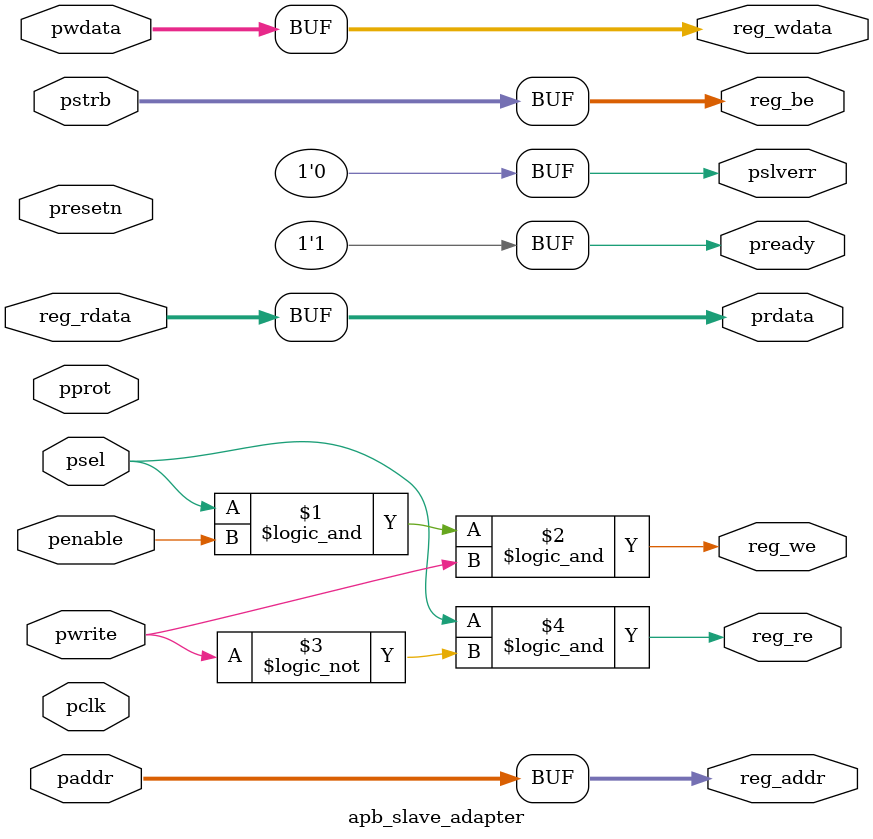
<source format=sv>
`timescale 1ps / 1ps

module apb_slave_adapter #(
    parameter int ADDR_WIDTH = 32,
    parameter int DATA_WIDTH = 32
) (
    // verilator lint_off UNUSEDSIGNAL
    input logic pclk,
    input logic presetn,
    // verilator lint_on UNUSEDSIGNAL

    // APB4 Interface
    input  logic [    ADDR_WIDTH-1:0] paddr,
    // verilator lint_off UNUSEDSIGNAL
    input  logic [               2:0] pprot,
    // verilator lint_on UNUSEDSIGNAL
    input  logic                      psel,
    input  logic                      penable,
    input  logic                      pwrite,
    input  logic [    DATA_WIDTH-1:0] pwdata,
    input  logic [(DATA_WIDTH/8)-1:0] pstrb,
    output logic [    DATA_WIDTH-1:0] prdata,
    output logic                      pready,
    output logic                      pslverr,

    // Native Register Bus
    output logic [    ADDR_WIDTH-1:0] reg_addr,
    output logic [    DATA_WIDTH-1:0] reg_wdata,
    input  logic [    DATA_WIDTH-1:0] reg_rdata,
    output logic                      reg_we,
    output logic                      reg_re,
    output logic [(DATA_WIDTH/8)-1:0] reg_be
);

  // APB Logic
  // Zero-wait state implementation
  assign pready   = 1'b1;
  assign pslverr  = 1'b0;

  // Read Data Pass-through
  assign prdata   = reg_rdata;

  // Native Bus assignments
  assign reg_addr  = paddr;
  assign reg_wdata = pwdata;
  assign reg_be    = pstrb;

  // Write Enable: Active when PSEL, PENABLE and PWRITE are high
  assign reg_we    = psel && penable && pwrite;

  // Read Enable: Active when PSEL, PENABLE and !PWRITE
  // Note: Some cores might need RE during PSEL only phase, but standard is PENABLE.
  // GPIO/Timer work with PSEL && !PWRITE. 
  // Let's use PSEL && !PWRITE for setup, ensuring data valid by PENABLE?
  // GPIO_APB used: assign reg_re = psel && !pwrite;
  assign reg_re    = psel && !pwrite;

endmodule

</source>
